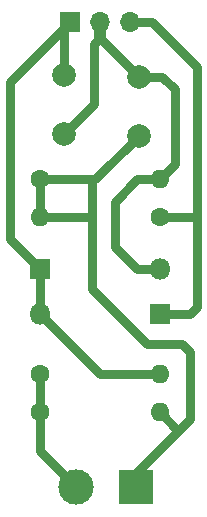
<source format=gbr>
%TF.GenerationSoftware,KiCad,Pcbnew,(5.1.7-0-10_14)*%
%TF.CreationDate,2021-02-15T14:43:33+01:00*%
%TF.ProjectId,Burden,42757264-656e-42e6-9b69-6361645f7063,rev?*%
%TF.SameCoordinates,PX9a6c788PY3b58df0*%
%TF.FileFunction,Copper,L2,Bot*%
%TF.FilePolarity,Positive*%
%FSLAX46Y46*%
G04 Gerber Fmt 4.6, Leading zero omitted, Abs format (unit mm)*
G04 Created by KiCad (PCBNEW (5.1.7-0-10_14)) date 2021-02-15 14:43:33*
%MOMM*%
%LPD*%
G01*
G04 APERTURE LIST*
%TA.AperFunction,ComponentPad*%
%ADD10C,2.000000*%
%TD*%
%TA.AperFunction,ComponentPad*%
%ADD11C,3.000000*%
%TD*%
%TA.AperFunction,ComponentPad*%
%ADD12R,3.000000X3.000000*%
%TD*%
%TA.AperFunction,ComponentPad*%
%ADD13O,1.600000X1.600000*%
%TD*%
%TA.AperFunction,ComponentPad*%
%ADD14C,1.600000*%
%TD*%
%TA.AperFunction,ComponentPad*%
%ADD15O,1.800000X1.800000*%
%TD*%
%TA.AperFunction,ComponentPad*%
%ADD16R,1.800000X1.800000*%
%TD*%
%TA.AperFunction,ComponentPad*%
%ADD17O,1.700000X1.700000*%
%TD*%
%TA.AperFunction,ComponentPad*%
%ADD18R,1.700000X1.700000*%
%TD*%
%TA.AperFunction,Conductor*%
%ADD19C,0.800000*%
%TD*%
%TA.AperFunction,Conductor*%
%ADD20C,1.000000*%
%TD*%
G04 APERTURE END LIST*
D10*
%TO.P,20nF,2*%
%TO.N,/V_sense*%
X6477000Y-8970000D03*
%TO.P,20nF,1*%
%TO.N,GND*%
X6477000Y-13970000D03*
%TD*%
%TO.P,160uF,2*%
%TO.N,GND*%
X12827000Y-9097000D03*
%TO.P,160uF,1*%
%TO.N,Net-(C160uF1-Pad1)*%
X12827000Y-14097000D03*
%TD*%
D11*
%TO.P,J1,2*%
%TO.N,Net-(J1-Pad2)*%
X7493000Y-43815000D03*
D12*
%TO.P,J1,1*%
%TO.N,Net-(C160uF1-Pad1)*%
X12573000Y-43815000D03*
%TD*%
D13*
%TO.P,R4,2*%
%TO.N,/V_sense*%
X14605000Y-34290000D03*
D14*
%TO.P,R4,1*%
%TO.N,Net-(J1-Pad2)*%
X4445000Y-34290000D03*
%TD*%
D15*
%TO.P,D1,2*%
%TO.N,GND*%
X14605000Y-25400000D03*
D16*
%TO.P,D1,1*%
%TO.N,/V_sense*%
X4445000Y-25400000D03*
%TD*%
D15*
%TO.P,D0,2*%
%TO.N,/V_sense*%
X4445000Y-29210000D03*
D16*
%TO.P,D0,1*%
%TO.N,VCC*%
X14605000Y-29210000D03*
%TD*%
D13*
%TO.P,R2,2*%
%TO.N,Net-(C160uF1-Pad1)*%
X4445000Y-20955000D03*
D14*
%TO.P,R2,1*%
%TO.N,VCC*%
X14605000Y-20955000D03*
%TD*%
D13*
%TO.P,R1,2*%
%TO.N,GND*%
X14605000Y-17780000D03*
D14*
%TO.P,R1,1*%
%TO.N,Net-(C160uF1-Pad1)*%
X4445000Y-17780000D03*
%TD*%
D13*
%TO.P,R0,2*%
%TO.N,Net-(C160uF1-Pad1)*%
X14605000Y-37465000D03*
D14*
%TO.P,R0,1*%
%TO.N,Net-(J1-Pad2)*%
X4445000Y-37465000D03*
%TD*%
D17*
%TO.P,J2,3*%
%TO.N,VCC*%
X12065000Y-4445000D03*
%TO.P,J2,2*%
%TO.N,GND*%
X9525000Y-4445000D03*
D18*
%TO.P,J2,1*%
%TO.N,/V_sense*%
X6985000Y-4445000D03*
%TD*%
D19*
%TO.N,GND*%
X14605000Y-25400000D02*
X12700000Y-25400000D01*
X12700000Y-25400000D02*
X10795000Y-23495000D01*
X10795000Y-23495000D02*
X10795000Y-19685000D01*
X12700000Y-17780000D02*
X14605000Y-17780000D01*
X10795000Y-19685000D02*
X12700000Y-17780000D01*
X9572000Y-5842000D02*
X9525000Y-5842000D01*
X12827000Y-9097000D02*
X9572000Y-5842000D01*
D20*
X9525000Y-5842000D02*
X9525000Y-4445000D01*
D19*
X15875000Y-10160000D02*
X14812000Y-9097000D01*
X15875000Y-16510000D02*
X15875000Y-10160000D01*
X14812000Y-9097000D02*
X12827000Y-9097000D01*
X14605000Y-17780000D02*
X15875000Y-16510000D01*
X6477000Y-13970000D02*
X9017000Y-11430000D01*
X9017000Y-6350000D02*
X9525000Y-5842000D01*
X9017000Y-11430000D02*
X9017000Y-6350000D01*
%TO.N,Net-(C160uF1-Pad1)*%
X8890000Y-17780000D02*
X4445000Y-17780000D01*
X4445000Y-17780000D02*
X4445000Y-20955000D01*
X4445000Y-20955000D02*
X8890000Y-20955000D01*
X13544998Y-31750000D02*
X16510000Y-31750000D01*
X17145000Y-32385000D02*
X17145000Y-38100000D01*
X16510000Y-31750000D02*
X17145000Y-32385000D01*
X8890000Y-27095002D02*
X13544998Y-31750000D01*
X8890000Y-17780000D02*
X8890000Y-27095002D01*
X14605000Y-37465000D02*
X16192500Y-39052500D01*
X17145000Y-38100000D02*
X16192500Y-39052500D01*
X12573000Y-42672000D02*
X16192500Y-39052500D01*
X12573000Y-43815000D02*
X12573000Y-42672000D01*
%TO.N,/V_sense*%
X4445000Y-29210000D02*
X4445000Y-25400000D01*
X5715000Y-5715000D02*
X6985000Y-4445000D01*
X1905000Y-22860000D02*
X4445000Y-25400000D01*
X1905000Y-9525000D02*
X1905000Y-22860000D01*
X5715000Y-5715000D02*
X1905000Y-9525000D01*
X9525000Y-34290000D02*
X14605000Y-34290000D01*
X4445000Y-29210000D02*
X9525000Y-34290000D01*
X6477000Y-4953000D02*
X6985000Y-4445000D01*
X6477000Y-8970000D02*
X6477000Y-4953000D01*
%TO.N,VCC*%
X17780000Y-8255000D02*
X17780000Y-20955000D01*
X13970000Y-4445000D02*
X17780000Y-8255000D01*
X12065000Y-4445000D02*
X13970000Y-4445000D01*
X17145000Y-29210000D02*
X14605000Y-29210000D01*
X17780000Y-28575000D02*
X17145000Y-29210000D01*
X17780000Y-20955000D02*
X17780000Y-28575000D01*
X14605000Y-20955000D02*
X17780000Y-20955000D01*
%TO.N,Net-(J1-Pad2)*%
X4445000Y-34290000D02*
X4445000Y-37465000D01*
X4445000Y-40767000D02*
X7493000Y-43815000D01*
X4445000Y-37465000D02*
X4445000Y-40767000D01*
%TO.N,Net-(C160uF1-Pad1)*%
X9144000Y-17780000D02*
X12827000Y-14097000D01*
X8890000Y-17780000D02*
X9144000Y-17780000D01*
%TD*%
M02*

</source>
